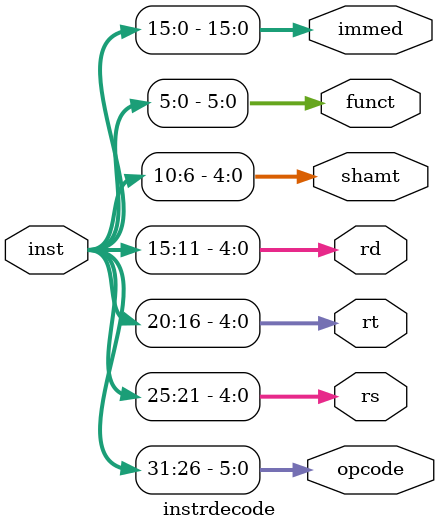
<source format=v>
module instrdecode(inst, opcode, rs, rt, rd, shamt, funct, immed);
	input [31:0] inst;
	output [5:0] opcode;
	output [4:0] rs;
	output [4:0] rt;
	output [4:0] rd;
	output [4:0] shamt;
	output [5:0] funct;
	output [15:0] immed;

assign opcode=inst[31:26];
assign rs=inst[25:21];
assign rt=inst[20:16];
assign rd=inst[15:11];
assign shamt=inst[10:6];
assign funct=inst[5:0];
assign immed=inst[15:0];


endmodule

</source>
